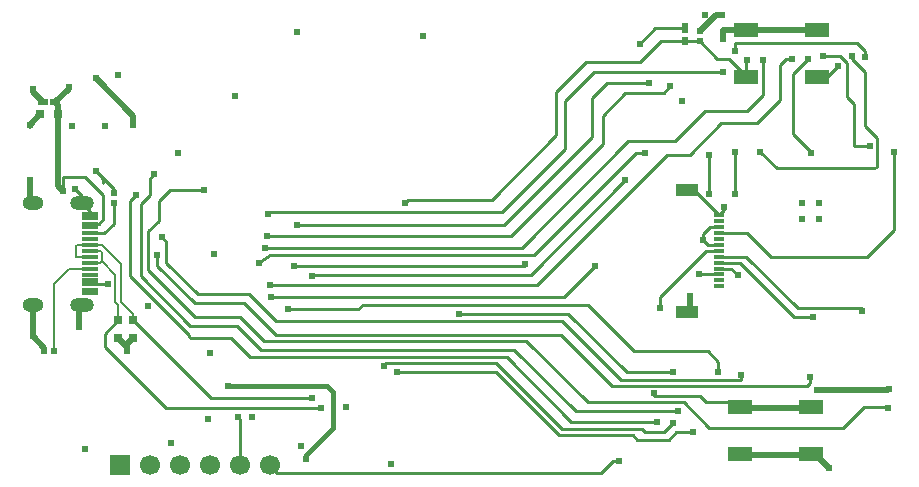
<source format=gbl>
G04 Layer: BottomLayer*
G04 EasyEDA v6.5.22, 2023-04-19 21:06:07*
G04 0b1144c6aaf7448fb0b14bab58411d50,0a61cb7f7b51421fbede6d33e3e5ec82,10*
G04 Gerber Generator version 0.2*
G04 Scale: 100 percent, Rotated: No, Reflected: No *
G04 Dimensions in inches *
G04 leading zeros omitted , absolute positions ,3 integer and 6 decimal *
%FSLAX36Y36*%
%MOIN*%

%AMMACRO1*21,1,$1,$2,0,0,$3*%
%ADD10C,0.0100*%
%ADD11C,0.0200*%
%ADD12C,0.0060*%
%ADD13C,0.0150*%
%ADD14MACRO1,0.0827X0.0472X0.0000*%
%ADD15MACRO1,0.0213X0.0223X-90.0000*%
%ADD16R,0.0213X0.0223*%
%ADD17MACRO1,0.0213X0.0223X0.0000*%
%ADD18MACRO1,0.0236X0.0236X-90.0000*%
%ADD19MACRO1,0.0236X0.0236X90.0000*%
%ADD20MACRO1,0.0213X0.0311X-90.0000*%
%ADD21R,0.0213X0.0311*%
%ADD22MACRO1,0.0213X0.0311X0.0000*%
%ADD23MACRO1,0.0236X0.0236X0.0000*%
%ADD24MACRO1,0.0118X0.0512X90.0000*%
%ADD25MACRO1,0.0118X0.0354X90.0000*%
%ADD26MACRO1,0.0433X0.0709X90.0000*%
%ADD27R,0.0669X0.0669*%
%ADD28C,0.0669*%
%ADD29O,0.070866X0.047244*%
%ADD30O,0.07873999999999999X0.047244*%
%ADD31C,0.0240*%
%ADD32C,0.0163*%

%LPD*%
D10*
X3115000Y2225000D02*
G01*
X3061999Y2225000D01*
X3061999Y2364000D01*
X3038299Y2387700D01*
X3038299Y2501700D01*
X3015000Y2525000D01*
X2961000Y2525000D01*
X2665000Y2540000D02*
G01*
X2665000Y2569000D01*
X3071999Y2569000D01*
X3101000Y2540000D01*
X3101000Y2520000D01*
D11*
X2702899Y2611700D02*
G01*
X2625000Y2611700D01*
X2625000Y2580000D01*
X2939110Y2611740D02*
G01*
X2702889Y2611740D01*
D10*
X2550000Y2573000D02*
G01*
X2607997Y2515000D01*
X2646000Y2515000D01*
X2707002Y2453998D01*
X2703150Y2453998D01*
X2702889Y2454259D01*
X2702889Y2454259D02*
G01*
X2702889Y2507890D01*
X2705000Y2510000D01*
X3010000Y2490000D02*
G01*
X2974260Y2454259D01*
X2939110Y2454259D01*
X2750000Y2205000D02*
G01*
X2805000Y2150000D01*
X3130000Y2150000D01*
X3140000Y2155000D01*
X3140000Y2250000D01*
X3100000Y2290000D01*
X3100000Y2470000D01*
X3056999Y2513000D01*
X3056999Y2525000D01*
X1100000Y1885000D02*
G01*
X1955000Y1885000D01*
X2310000Y2240000D01*
X2465000Y2240000D01*
X2565000Y2340000D01*
X2705000Y2340000D01*
X2760000Y2395000D01*
X2760000Y2510000D01*
X2920000Y2205000D02*
G01*
X2860000Y2265000D01*
X2860000Y2465000D01*
X2910000Y2515000D01*
X2855000Y2515000D02*
G01*
X2838000Y2515000D01*
X2816999Y2494000D01*
X2816999Y2376999D01*
X2740000Y2300000D01*
X2620000Y2300000D01*
X2515000Y2195000D01*
X2440000Y2195000D01*
X2007399Y1761999D01*
X1115000Y1761999D01*
X2682889Y1355740D02*
G01*
X2668630Y1370000D01*
X2570000Y1370000D01*
X2550000Y1390000D01*
X2395000Y1390000D01*
X2395000Y1400000D01*
D11*
X2722890Y1350740D02*
G01*
X2919110Y1350740D01*
X2919110Y1355740D01*
X2722890Y1193258D02*
G01*
X2919110Y1193258D01*
X2919110Y1198260D01*
D10*
X2460000Y1300000D02*
G01*
X2430000Y1270000D01*
X2365000Y1270000D01*
X2355000Y1280000D01*
X2090000Y1280000D01*
X1870000Y1500000D01*
X1500000Y1501999D01*
X1495000Y1490000D01*
X745000Y2041999D02*
G01*
X745000Y1975000D01*
X710000Y1940000D01*
X710000Y1810000D01*
X865000Y1655000D01*
X1015000Y1655000D01*
X1095000Y1575000D01*
X1970000Y1575000D01*
X2175000Y1370000D01*
X2495000Y1370000D01*
X2580000Y1285000D01*
X3025000Y1285000D01*
X3095000Y1355000D01*
X3175000Y1355000D01*
X895000Y2077460D02*
G01*
X781548Y2077460D01*
X745000Y2040911D01*
X1105000Y1925000D02*
G01*
X1373900Y1925000D01*
X1920000Y1925000D01*
X2225000Y2230000D01*
X2225000Y2325000D01*
X2300000Y2400000D01*
X2430000Y2400000D01*
X2450000Y2425000D01*
X1255000Y1790000D02*
G01*
X1260000Y1795000D01*
X1985000Y1795000D01*
X2300000Y2110000D01*
X1195000Y1825000D02*
G01*
X1965000Y1825000D01*
X1965000Y1830000D01*
X1080000Y1835000D02*
G01*
X1085000Y1840000D01*
X1115000Y1860000D01*
X1995000Y1860000D01*
X2335000Y2200000D01*
X2365000Y2200000D01*
X1110000Y1998699D02*
G01*
X1116300Y2005000D01*
X1890000Y2005000D01*
X2100000Y2215000D01*
X2100000Y2375000D01*
X2195000Y2470000D01*
X2625000Y2470000D01*
X1205000Y1960000D02*
G01*
X1895000Y1960000D01*
X2190000Y2255000D01*
X2190000Y2385000D01*
X2240000Y2435000D01*
X2380000Y2435000D01*
X515070Y1965399D02*
G01*
X515070Y1953580D01*
D12*
X515100Y1894499D02*
G01*
X474499Y1894499D01*
X470000Y1890000D01*
X470199Y1855199D01*
X515100Y1855199D01*
X515100Y1835500D02*
G01*
X550500Y1835500D01*
X555000Y1840000D01*
X555000Y1870000D01*
X549800Y1874800D01*
X515100Y1874800D01*
X515100Y1815799D02*
G01*
X445799Y1815799D01*
X395000Y1765000D01*
X395000Y1635000D01*
D10*
X730000Y2130000D02*
G01*
X715000Y2115000D01*
X715000Y2060000D01*
X685000Y2030000D01*
X685000Y1790000D01*
X850000Y1625000D01*
X1005000Y1625000D01*
X1085000Y1545000D01*
X1930000Y1545000D01*
X2135000Y1340000D01*
X2475000Y1340000D01*
X660000Y1644524D02*
G01*
X919525Y1385000D01*
X1255000Y1385000D01*
X610000Y1644499D02*
G01*
X565000Y1599499D01*
X565000Y1555000D01*
X770000Y1350000D01*
X1285000Y1350000D01*
X2525000Y1270000D02*
G01*
X2470000Y1270000D01*
X2445000Y1245000D01*
X2340000Y1245000D01*
X2325000Y1260000D01*
X2080000Y1260000D01*
X1870000Y1470000D01*
X1540000Y1470000D01*
X670000Y2060000D02*
G01*
X650000Y2040000D01*
X650000Y1790000D01*
X845000Y1595000D01*
X845000Y1590000D01*
X850000Y1585000D01*
X985000Y1585000D01*
X1050000Y1520000D01*
X1905000Y1520000D01*
X2120000Y1305000D01*
X2405000Y1305000D01*
D11*
X535000Y2450000D02*
G01*
X660000Y2325000D01*
X660000Y2295000D01*
D10*
X2613100Y1835599D02*
G01*
X2684399Y1835000D01*
X2864399Y1655000D01*
X2925000Y1655000D01*
X2613100Y1855300D02*
G01*
X2704700Y1855300D01*
X2875000Y1685000D01*
X3090000Y1685000D01*
X3090000Y1675000D01*
X2613145Y1875003D02*
G01*
X2570003Y1875003D01*
X2415000Y1720000D01*
X2415000Y1685000D01*
X2613145Y1796264D02*
G01*
X2545000Y1796264D01*
X2580000Y2065000D02*
G01*
X2580000Y2195000D01*
X2613145Y1815943D02*
G01*
X2654056Y1815943D01*
X2675000Y1795000D01*
X2665000Y2065000D02*
G01*
X2665000Y2205000D01*
X2613100Y1934099D02*
G01*
X2705900Y1934099D01*
X2785000Y1855000D01*
X3105000Y1855000D01*
X3195000Y1945000D01*
X3195000Y2205000D01*
X2613145Y1993114D02*
G01*
X2528504Y2077754D01*
X2506854Y2077754D01*
X2613145Y1993114D02*
G01*
X2630000Y2009969D01*
X2630000Y2020000D01*
X2613145Y1894684D02*
G01*
X2575316Y1894684D01*
X2560000Y1910000D01*
X2613145Y1953744D02*
G01*
X2583743Y1953744D01*
X2560000Y1930000D01*
X2560000Y1910000D01*
X595000Y2032959D02*
G01*
X595000Y1965000D01*
X563899Y1933899D01*
X515079Y1933899D01*
X595000Y2067040D02*
G01*
X595000Y2080999D01*
X535999Y2140000D01*
X560000Y2115999D01*
X560000Y2100000D01*
X1115000Y1160000D02*
G01*
X1140000Y1135000D01*
X2220000Y1135000D01*
X2260000Y1175000D01*
X2280000Y1175000D01*
D12*
X515070Y1953580D02*
G01*
X515070Y1965399D01*
X515100Y1894499D02*
G01*
X555500Y1894499D01*
X620000Y1830000D01*
X620000Y1705000D01*
X660000Y1665000D01*
X660000Y1644499D01*
X555000Y1840000D02*
G01*
X600000Y1795000D01*
X600000Y1705000D01*
X610000Y1695000D01*
X610000Y1644499D01*
X515079Y1776419D02*
G01*
X515079Y1764609D01*
D11*
X425000Y2075000D02*
G01*
X409529Y2090470D01*
X409529Y2330000D01*
X401460Y2370000D02*
G01*
X409524Y2361934D01*
X409524Y2330000D01*
X358539Y2370000D02*
G01*
X325000Y2403539D01*
X325000Y2415000D01*
X350475Y2330000D02*
G01*
X315000Y2294524D01*
X315000Y2290000D01*
X401460Y2370000D02*
G01*
X445000Y2413539D01*
X445000Y2420000D01*
D10*
X1565000Y2035000D02*
G01*
X1575000Y2045000D01*
X1855000Y2045000D01*
X2070000Y2260000D01*
X2070000Y2405000D01*
X2170000Y2505000D01*
X2350000Y2505000D01*
X2418540Y2573539D01*
X2500000Y2573539D01*
X2500000Y2573539D02*
G01*
X2500581Y2572959D01*
X2550000Y2572959D01*
X1745000Y1665000D02*
G01*
X2110000Y1665000D01*
X2305000Y1470000D01*
X2460000Y1470000D01*
X755000Y1920000D02*
G01*
X770000Y1905000D01*
X770000Y1835000D01*
X875000Y1730000D01*
X1045000Y1730000D01*
X1135000Y1640000D01*
X2090000Y1640000D01*
X2285000Y1445000D01*
X2685000Y1445000D01*
X2685000Y1460000D01*
X740000Y1860000D02*
G01*
X740000Y1825000D01*
X865000Y1700000D01*
X1030000Y1700000D01*
X1135000Y1595000D01*
X2085000Y1595000D01*
X2255000Y1425000D01*
X2905000Y1425000D01*
X2915000Y1435000D01*
X2915000Y1455000D01*
X1120000Y1720000D02*
G01*
X2095000Y1720000D01*
X2200000Y1825000D01*
X2610000Y1470000D02*
G01*
X2610000Y1505000D01*
X2575000Y1540000D01*
X2330000Y1540000D01*
X2175000Y1695000D01*
X1425000Y1695000D01*
X1410000Y1680000D01*
X1175000Y1680000D01*
X1010000Y1320000D02*
G01*
X1015000Y1315000D01*
X1015000Y1160000D01*
D13*
X975000Y1425000D02*
G01*
X1305000Y1425000D01*
X1325000Y1405000D01*
X1325000Y1285000D01*
X1235000Y1195000D01*
X1235000Y1180000D01*
D10*
X2500000Y2616460D02*
G01*
X2401459Y2616460D01*
X2350000Y2565000D01*
D12*
X395000Y1635000D02*
G01*
X395000Y1601725D01*
X397040Y1599686D01*
X397040Y1540000D01*
D11*
X325000Y1590000D02*
G01*
X325000Y1590000D01*
X362959Y1552040D01*
X362959Y1540000D01*
X324899Y1694899D02*
G01*
X325000Y1590000D01*
X489490Y1694920D02*
G01*
X480000Y1685430D01*
X480000Y1620000D01*
X610000Y1585475D02*
G01*
X640000Y1555475D01*
X640000Y1540000D01*
X660000Y1585475D02*
G01*
X640000Y1565475D01*
X640000Y1540000D01*
X324920Y2035079D02*
G01*
X315000Y2045000D01*
X315000Y2110000D01*
D10*
X465999Y2081999D02*
G01*
X489490Y2058510D01*
X489490Y2035081D01*
X425000Y2075000D02*
G01*
X425000Y2120000D01*
X500000Y2120000D01*
X560000Y2060000D01*
X560000Y1980000D01*
X545399Y1965399D01*
X515100Y1965399D01*
X489490Y2035079D02*
G01*
X515079Y2009490D01*
X515079Y1996889D01*
X515079Y1985079D02*
G01*
X515079Y1996889D01*
X515081Y1776421D02*
G01*
X526500Y1765000D01*
X575000Y1765000D01*
D11*
X2506854Y1672244D02*
G01*
X2515000Y1680389D01*
X2515000Y1725000D01*
X3180000Y1415000D02*
G01*
X3175000Y1410000D01*
X2940000Y1410000D01*
X2919110Y1198260D02*
G01*
X2931740Y1198260D01*
X2978999Y1150999D01*
X2550000Y2607040D02*
G01*
X2603959Y2660999D01*
X2623999Y2660999D01*
D14*
G01*
X2939110Y2611740D03*
G01*
X2702890Y2611740D03*
G01*
X2939110Y2454259D03*
G01*
X2702890Y2454259D03*
G01*
X2682889Y1198260D03*
G01*
X2919110Y1198260D03*
G01*
X2682889Y1355740D03*
G01*
X2919110Y1355740D03*
D15*
G01*
X397040Y1540000D03*
G01*
X362959Y1540000D03*
D16*
G01*
X2550000Y2607040D03*
D17*
G01*
X2550000Y2572959D03*
D18*
G01*
X660000Y1644529D03*
D19*
G01*
X660000Y1585471D03*
D20*
G01*
X401458Y2370000D03*
G01*
X358541Y2370000D03*
D21*
G01*
X2500000Y2573539D03*
D22*
G01*
X2500000Y2616459D03*
D23*
G01*
X409529Y2330000D03*
G01*
X350471Y2330000D03*
D18*
G01*
X610000Y1644529D03*
D19*
G01*
X610000Y1585471D03*
D16*
G01*
X595000Y2067040D03*
D17*
G01*
X595000Y2032959D03*
D24*
G01*
X515082Y1733109D03*
G01*
X515082Y1744919D03*
G01*
X515082Y1764609D03*
G01*
X515082Y1776419D03*
G01*
X515081Y1796099D03*
G01*
X515081Y1815789D03*
G01*
X515082Y1835469D03*
G01*
X515081Y1855159D03*
G01*
X515082Y1874839D03*
G01*
X515081Y1894529D03*
G01*
X515081Y1933899D03*
G01*
X515073Y1953579D03*
G01*
X515073Y1965399D03*
G01*
X515081Y1985078D03*
G01*
X515081Y1996889D03*
G01*
X515081Y1914199D03*
D25*
G01*
X2613150Y1756890D03*
G01*
X2613150Y1776570D03*
G01*
X2613150Y1796260D03*
G01*
X2613150Y1815940D03*
G01*
X2613150Y1835630D03*
G01*
X2613150Y1855310D03*
G01*
X2613150Y1875000D03*
G01*
X2613150Y1894680D03*
G01*
X2613150Y1914370D03*
G01*
X2613150Y1934050D03*
G01*
X2613150Y1953740D03*
G01*
X2613150Y1973420D03*
G01*
X2613150Y1993110D03*
D26*
G01*
X2506851Y1672245D03*
G01*
X2506851Y2077752D03*
D27*
G01*
X615000Y1160000D03*
D28*
G01*
X715000Y1160000D03*
G01*
X815000Y1160000D03*
G01*
X915000Y1160000D03*
G01*
X1015000Y1160000D03*
G01*
X1115000Y1160000D03*
D29*
G01*
X324920Y1694920D03*
G01*
X324920Y2035079D03*
D30*
G01*
X489490Y2035079D03*
G01*
X489490Y1694920D03*
D31*
G01*
X1105000Y1925000D03*
G01*
X2450000Y2425000D03*
G01*
X1110000Y1998719D03*
G01*
X2625000Y2470000D03*
G01*
X1100000Y1885000D03*
G01*
X2760000Y2510000D03*
G01*
X1115000Y1762420D03*
G01*
X2855000Y2515000D03*
G01*
X1120000Y1720000D03*
G01*
X2200000Y1825000D03*
G01*
X1255000Y1790000D03*
G01*
X2300000Y2110000D03*
G01*
X2920000Y2200000D03*
G01*
X2910000Y2515000D03*
G01*
X1195000Y1825000D03*
G01*
X1965000Y1830000D03*
G01*
X1965000Y1830000D03*
G01*
X1080000Y1835000D03*
G01*
X2365000Y2200000D03*
G01*
X2750000Y2205000D03*
G01*
X3115000Y2225000D03*
G01*
X2961000Y2525000D03*
G01*
X3056999Y2525000D03*
G01*
X1205000Y1960000D03*
G01*
X2380000Y2435000D03*
G01*
X2665000Y2540000D03*
G01*
X3101000Y2520000D03*
G01*
X810000Y2200000D03*
G01*
X740000Y1860000D03*
G01*
X2915000Y1455000D03*
G01*
X755000Y1920000D03*
G01*
X2685000Y1460000D03*
G01*
X730000Y2130000D03*
G01*
X670000Y2060000D03*
G01*
X3175000Y1350000D03*
G01*
X2475000Y1340000D03*
G01*
X2405000Y1305000D03*
G01*
X1285000Y1350000D03*
G01*
X1255000Y1385000D03*
G01*
X2460000Y1300000D03*
G01*
X1495000Y1490000D03*
G01*
X2525000Y1270000D03*
G01*
X1540000Y1470000D03*
G01*
X2460000Y1470000D03*
G01*
X1745000Y1665000D03*
G01*
X2280000Y1175000D03*
G01*
X3180000Y1415000D03*
G01*
X3180000Y1415000D03*
G01*
X3180000Y1415000D03*
G01*
X2940000Y1410000D03*
G01*
X1205000Y2605000D03*
G01*
X535000Y2450000D03*
G01*
X660000Y2295000D03*
G01*
X3090000Y1675000D03*
G01*
X2925000Y1655000D03*
G01*
X2415000Y1685000D03*
G01*
X2545000Y1796260D03*
G01*
X2580000Y2065000D03*
G01*
X2580000Y2065000D03*
G01*
X2580000Y2195000D03*
G01*
X2675000Y1795000D03*
G01*
X2665000Y2065000D03*
G01*
X2665000Y2205000D03*
G01*
X3195000Y2205000D03*
G01*
X2630000Y2020000D03*
G01*
X2560000Y1910000D03*
G01*
X535999Y2140000D03*
G01*
X445000Y2420000D03*
G01*
X575000Y1765000D03*
G01*
X425000Y2075000D03*
G01*
X325000Y2415000D03*
G01*
X315000Y2294520D03*
G01*
X1565000Y2035000D03*
G01*
X2623999Y2660999D03*
G01*
X2565000Y2660000D03*
G01*
X2395000Y1400000D03*
G01*
X2610000Y1470000D03*
G01*
X1175000Y1680000D03*
G01*
X1010000Y1320000D03*
G01*
X1055000Y1320000D03*
G01*
X2705000Y2510000D03*
G01*
X3010000Y2490000D03*
G01*
X975000Y1425000D03*
G01*
X910000Y1315000D03*
G01*
X1235000Y1180000D03*
G01*
X1220000Y1225000D03*
G01*
X500000Y1215000D03*
G01*
X1520000Y1165000D03*
G01*
X1370000Y1355000D03*
G01*
X2945000Y2035000D03*
G01*
X2890000Y2035000D03*
G01*
X2890000Y1980000D03*
G01*
X2945000Y1980000D03*
G01*
X2490000Y2375000D03*
G01*
X2350000Y2565000D03*
G01*
X2625000Y2580000D03*
G01*
X785000Y1235000D03*
G01*
X325000Y1590000D03*
G01*
X480000Y1620000D03*
G01*
X640000Y1540000D03*
G01*
X315000Y2110000D03*
G01*
X465999Y2081999D03*
G01*
X1000000Y2390000D03*
G01*
X930000Y1865000D03*
G01*
X915000Y1535000D03*
G01*
X1625000Y2590000D03*
G01*
X710000Y1690000D03*
G01*
X455000Y2290000D03*
G01*
X565000Y2290000D03*
G01*
X610000Y2460000D03*
G01*
X2515000Y1725000D03*
G01*
X895000Y2077460D03*
G01*
X2978999Y1150999D03*
M02*

</source>
